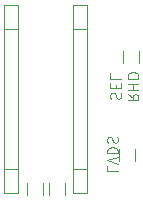
<source format=gbr>
G04 #@! TF.FileFunction,Legend,Bot*
%FSLAX46Y46*%
G04 Gerber Fmt 4.6, Leading zero omitted, Abs format (unit mm)*
G04 Created by KiCad (PCBNEW 4.0.7) date 05/28/18 09:58:20*
%MOMM*%
%LPD*%
G01*
G04 APERTURE LIST*
%ADD10C,0.100000*%
%ADD11C,0.050800*%
%ADD12C,0.120000*%
G04 APERTURE END LIST*
D10*
X155448357Y-101607857D02*
X155876929Y-101907857D01*
X155448357Y-102122142D02*
X156348357Y-102122142D01*
X156348357Y-101779285D01*
X156305500Y-101693571D01*
X156262643Y-101650714D01*
X156176929Y-101607857D01*
X156048357Y-101607857D01*
X155962643Y-101650714D01*
X155919786Y-101693571D01*
X155876929Y-101779285D01*
X155876929Y-102122142D01*
X155448357Y-101222142D02*
X156348357Y-101222142D01*
X155919786Y-101222142D02*
X155919786Y-100707857D01*
X155448357Y-100707857D02*
X156348357Y-100707857D01*
X155448357Y-100279285D02*
X156348357Y-100279285D01*
X156348357Y-100065000D01*
X156305500Y-99936428D01*
X156219786Y-99850714D01*
X156134071Y-99807857D01*
X155962643Y-99765000D01*
X155834071Y-99765000D01*
X155662643Y-99807857D01*
X155576929Y-99850714D01*
X155491214Y-99936428D01*
X155448357Y-100065000D01*
X155448357Y-100279285D01*
X154041214Y-101993571D02*
X153998357Y-101865000D01*
X153998357Y-101650714D01*
X154041214Y-101565000D01*
X154084071Y-101522143D01*
X154169786Y-101479286D01*
X154255500Y-101479286D01*
X154341214Y-101522143D01*
X154384071Y-101565000D01*
X154426929Y-101650714D01*
X154469786Y-101822143D01*
X154512643Y-101907857D01*
X154555500Y-101950714D01*
X154641214Y-101993571D01*
X154726929Y-101993571D01*
X154812643Y-101950714D01*
X154855500Y-101907857D01*
X154898357Y-101822143D01*
X154898357Y-101607857D01*
X154855500Y-101479286D01*
X154469786Y-101093571D02*
X154469786Y-100793571D01*
X153998357Y-100665000D02*
X153998357Y-101093571D01*
X154898357Y-101093571D01*
X154898357Y-100665000D01*
X153998357Y-99850714D02*
X153998357Y-100279285D01*
X154898357Y-100279285D01*
X153707357Y-107665714D02*
X153707357Y-108094285D01*
X154607357Y-108094285D01*
X154607357Y-107494286D02*
X153707357Y-107194286D01*
X154607357Y-106894286D01*
X153707357Y-106594285D02*
X154607357Y-106594285D01*
X154607357Y-106380000D01*
X154564500Y-106251428D01*
X154478786Y-106165714D01*
X154393071Y-106122857D01*
X154221643Y-106080000D01*
X154093071Y-106080000D01*
X153921643Y-106122857D01*
X153835929Y-106165714D01*
X153750214Y-106251428D01*
X153707357Y-106380000D01*
X153707357Y-106594285D01*
X153750214Y-105737142D02*
X153707357Y-105608571D01*
X153707357Y-105394285D01*
X153750214Y-105308571D01*
X153793071Y-105265714D01*
X153878786Y-105222857D01*
X153964500Y-105222857D01*
X154050214Y-105265714D01*
X154093071Y-105308571D01*
X154135929Y-105394285D01*
X154178786Y-105565714D01*
X154221643Y-105651428D01*
X154264500Y-105694285D01*
X154350214Y-105737142D01*
X154435929Y-105737142D01*
X154521643Y-105694285D01*
X154564500Y-105651428D01*
X154607357Y-105565714D01*
X154607357Y-105351428D01*
X154564500Y-105222857D01*
D11*
X144958400Y-96056200D02*
X144958400Y-94056200D01*
X144958400Y-94056200D02*
X146158400Y-94056200D01*
X146158400Y-96056200D02*
X146158400Y-94056200D01*
X146158400Y-107956200D02*
X146158400Y-109956200D01*
X146158400Y-109956200D02*
X144958400Y-109956200D01*
X144958400Y-107956200D02*
X144958400Y-109956200D01*
X144958400Y-109956200D02*
X144958400Y-107956200D01*
X144958400Y-96056200D02*
X144958400Y-107956200D01*
X144958400Y-107956200D02*
X146158400Y-107956200D01*
X146158400Y-107956200D02*
X146158400Y-96056200D01*
X146158400Y-96056200D02*
X144958400Y-96056200D01*
X150851200Y-96056200D02*
X150851200Y-94056200D01*
X150851200Y-94056200D02*
X152051200Y-94056200D01*
X152051200Y-96056200D02*
X152051200Y-94056200D01*
X152051200Y-107956200D02*
X152051200Y-109956200D01*
X152051200Y-109956200D02*
X150851200Y-109956200D01*
X150851200Y-107956200D02*
X150851200Y-109956200D01*
X150851200Y-109956200D02*
X150851200Y-107956200D01*
X150851200Y-96056200D02*
X150851200Y-107956200D01*
X150851200Y-107956200D02*
X152051200Y-107956200D01*
X152051200Y-107956200D02*
X152051200Y-96056200D01*
X152051200Y-96056200D02*
X150851200Y-96056200D01*
D12*
X148773600Y-109101000D02*
X148773600Y-110101000D01*
X150133600Y-110101000D02*
X150133600Y-109101000D01*
X146944800Y-109101000D02*
X146944800Y-110101000D01*
X148304800Y-110101000D02*
X148304800Y-109101000D01*
X156051800Y-107256200D02*
X156051800Y-106256200D01*
X154691800Y-106256200D02*
X154691800Y-107256200D01*
X155022000Y-97988500D02*
X155022000Y-98988500D01*
X156382000Y-98988500D02*
X156382000Y-97988500D01*
M02*

</source>
